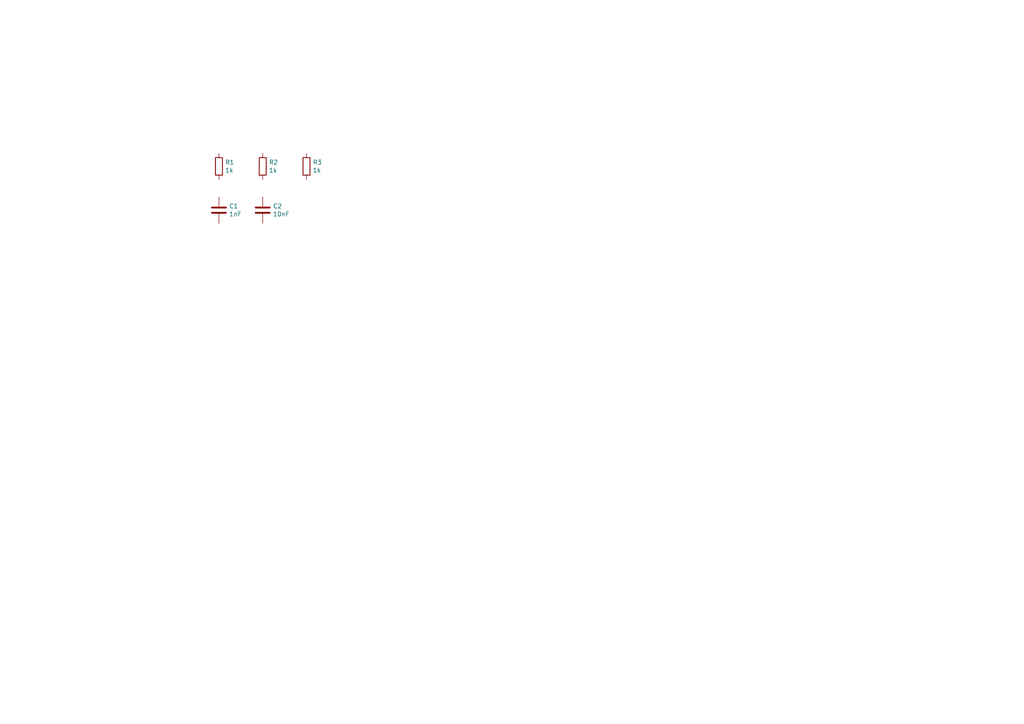
<source format=kicad_sch>
(kicad_sch (version 20250114) (generator "eeschema") (generator_version "9.0")
  (paper "A4")
  (title_block (date "2021-05-11_13-08-20") (company "Test company"))
  (lib_symbols
    (symbol "Device:C" (pin_numbers (hide yes)) (pin_names (offset 0.254))
      (property "Reference" "C" (at 0.635 2.54 0))
      (property "Value" "C" (at 0.635 -2.54 0))
      (symbol "C_0_1"
        (polyline (pts (xy -2.032 0.762) (xy 2.032 0.762)) (stroke (width 0.508)))
        (polyline (pts (xy -2.032 -0.762) (xy 2.032 -0.762)) (stroke (width 0.508)))
      )
      (symbol "C_1_1"
        (pin passive line (at 0 3.81 270) (length 2.794) (name "~") (number "1"))
        (pin passive line (at 0 -3.81 90) (length 2.794) (name "~") (number "2"))
      )
    )
    (symbol "Device:R" (pin_numbers (hide yes)) (pin_names (offset 0))
      (property "Reference" "R" (at 2.032 0 90))
      (property "Value" "R" (at 0 0 90))
      (symbol "R_0_1"
        (rectangle (start -1.016 -2.54) (end 1.016 2.54) (stroke (width 0.254)))
      )
      (symbol "R_1_1"
        (pin passive line (at 0 3.81 270) (length 1.27) (name "~") (number "1"))
        (pin passive line (at 0 -3.81 90) (length 1.27) (name "~") (number "2"))
      )
    )
  )
  (symbol (lib_id "Device:R") (at 63.5 48.26 0) (unit 1)
    (property "Reference" "R1" (at 65.278 47.0916 0) (effects (justify left)))
    (property "Value" "1k" (at 65.278 49.403 0) (effects (justify left)))
    (property "manf#" "RC0805JR-071KL" (effects (hide yes)))
  )
  (symbol (lib_id "Device:R") (at 76.2 48.26 0) (unit 1)
    (property "Reference" "R2" (at 77.978 47.0916 0) (effects (justify left)))
    (property "Value" "1k" (at 77.978 49.403 0) (effects (justify left)))
    (property "manf#" "RC0805JR-071KL" (effects (hide yes)))
  )
  (symbol (lib_id "Device:R") (at 88.9 48.26 0) (unit 1)
    (property "Reference" "R3" (at 90.678 47.0916 0) (effects (justify left)))
    (property "Value" "1k" (at 90.678 49.403 0) (effects (justify left)))
    (property "manf#" "RC0805JR-071KL" (effects (hide yes)))
  )
  (symbol (lib_id "Device:C") (at 63.5 60.96 0) (unit 1)
    (property "Reference" "C1" (at 66.421 59.7916 0) (effects (justify left)))
    (property "Value" "1nF" (at 66.421 62.103 0) (effects (justify left)))
    (property "manf#" "GRM1555C1H102JA01D" (effects (hide yes)))
  )
  (symbol (lib_id "Device:C") (at 76.2 60.96 0) (unit 1)
    (property "Reference" "C2" (at 79.121 59.7916 0) (effects (justify left)))
    (property "Value" "10nF" (at 79.121 62.103 0) (effects (justify left)))
    (property "manf#" "GRM155R71E103KA01D" (effects (hide yes)))
  )
)
</source>
